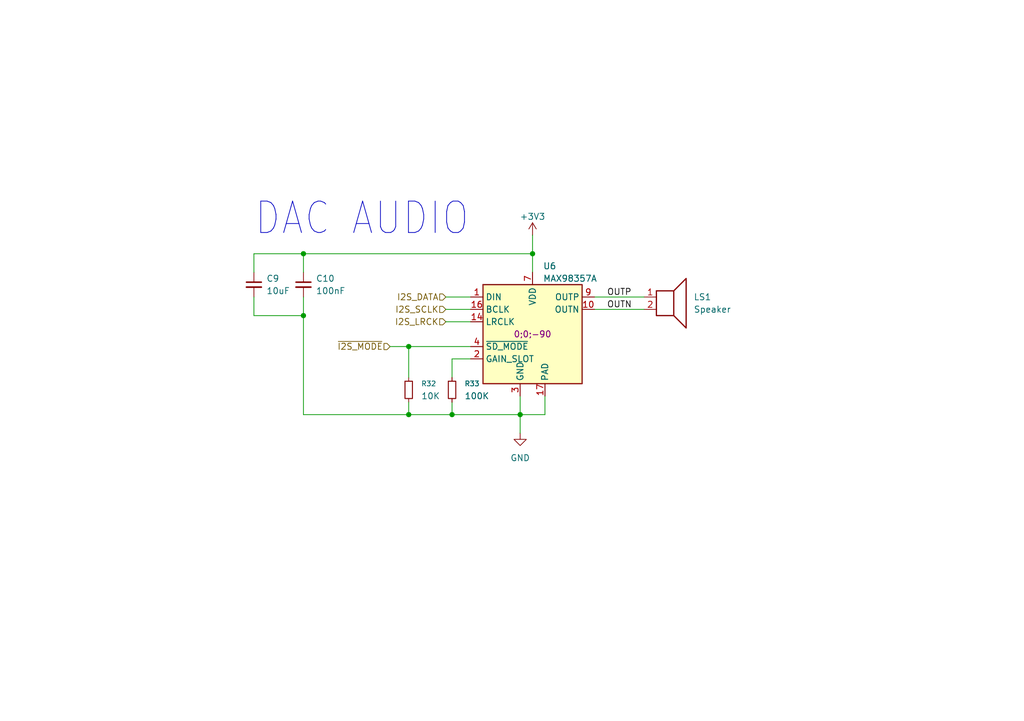
<source format=kicad_sch>
(kicad_sch (version 20250114) (generator "eeschema") (generator_version "9.0")
  (paper "A5")
  (lib_symbols
    (symbol "Audio:MAX98357A"
      (property "Reference" "U" (at -8.89 11.43 0))
      (property "Value" "MAX98357A" (at 10.16 11.43 0))
      (symbol "MAX98357A_1_1"
        (rectangle (start -10.16 10.16) (end 10.16 -10.16) (stroke (width 0.254)) (fill (type background)))
        (pin input line (at -12.7 7.62 0) (length 2.54) (name "DIN") (number "1"))
        (pin input line (at -12.7 5.08 0) (length 2.54) (name "BCLK") (number "16"))
        (pin input line (at -12.7 2.54 0) (length 2.54) (name "LRCLK") (number "14"))
        (pin input line (at -12.7 -2.54 0) (length 2.54) (name "~{SD_MODE}") (number "4"))
        (pin passive line (at -12.7 -5.08 0) (length 2.54) (name "GAIN_SLOT") (number "2"))
        (pin passive line (at -2.54 -12.7 90) (length 2.54) (hide yes) (name "GND") (number "11"))
        (pin passive line (at -2.54 -12.7 90) (length 2.54) (hide yes) (name "GND") (number "15"))
        (pin power_in line (at -2.54 -12.7 90) (length 2.54) (name "GND") (number "3"))
        (pin power_in line (at 0 12.7 270) (length 2.54) (name "VDD") (number "7"))
        (pin passive line (at 0 12.7 270) (length 2.54) (hide yes) (name "VDD") (number "8"))
        (pin unspecified line (at 2.54 -12.7 90) (length 2.54) (name "PAD") (number "17"))
        (pin no_connect line (at 10.16 2.54 180) (length 2.54) (hide yes) (name "NC") (number "5"))
        (pin no_connect line (at 10.16 0 180) (length 2.54) (hide yes) (name "NC") (number "6"))
        (pin no_connect line (at 10.16 -5.08 180) (length 2.54) (hide yes) (name "NC") (number "12"))
        (pin no_connect line (at 10.16 -7.62 180) (length 2.54) (hide yes) (name "NC") (number "13"))
        (pin output line (at 12.7 7.62 180) (length 2.54) (name "OUTP") (number "9"))
        (pin output line (at 12.7 5.08 180) (length 2.54) (name "OUTN") (number "10"))
      )
    )
    (symbol "Device:C_Small" (pin_numbers (hide yes)) (pin_names (offset 0.254) (hide yes))
      (property "Reference" "C" (at 0.254 1.778 0))
      (property "Value" "C_Small" (at 0.254 -2.032 0))
      (symbol "C_Small_0_1"
        (polyline (pts (xy -1.524 0.508) (xy 1.524 0.508)) (stroke (width 0.3048)))
        (polyline (pts (xy -1.524 -0.508) (xy 1.524 -0.508)) (stroke (width 0.3302)))
      )
      (symbol "C_Small_1_1"
        (pin passive line (at 0 2.54 270) (length 2.032) (name "~") (number "1"))
        (pin passive line (at 0 -2.54 90) (length 2.032) (name "~") (number "2"))
      )
    )
    (symbol "Device:R_Small" (pin_numbers (hide yes)) (pin_names (offset 0.254) (hide yes))
      (property "Reference" "R" (at 0 0 90))
      (property "Value" "R_Small" (at 1.778 0 90))
      (symbol "R_Small_0_1"
        (rectangle (start -0.762 1.778) (end 0.762 -1.778) (stroke (width 0.2032)))
      )
      (symbol "R_Small_1_1"
        (pin passive line (at 0 2.54 270) (length 0.762) (name "~") (number "1"))
        (pin passive line (at 0 -2.54 90) (length 0.762) (name "~") (number "2"))
      )
    )
    (symbol "Device:Speaker" (pin_names (offset 0) (hide yes))
      (property "Reference" "LS" (at 1.27 5.715 0))
      (property "Value" "Speaker" (at 1.27 3.81 0))
      (symbol "Speaker_0_0"
        (rectangle (start -2.54 1.27) (end 1.016 -3.81) (stroke (width 0.254)))
        (polyline (pts (xy 1.016 1.27) (xy 3.556 3.81) (xy 3.556 -6.35) (xy 1.016 -3.81)) (stroke (width 0.254)))
      )
      (symbol "Speaker_1_1"
        (pin input line (at -5.08 0 0) (length 2.54) (name "1") (number "1"))
        (pin input line (at -5.08 -2.54 0) (length 2.54) (name "2") (number "2"))
      )
    )
    (symbol "power:+3V3" (power) (pin_numbers (hide yes)) (pin_names (offset 0) (hide yes))
      (property "Value" "+3V3" (at 0 3.556 0))
      (symbol "+3V3_0_1"
        (polyline (pts (xy -0.762 1.27) (xy 0 2.54)))
        (polyline (pts (xy 0 2.54) (xy 0.762 1.27)))
        (polyline (pts (xy 0 0) (xy 0 2.54)))
      )
      (symbol "+3V3_1_1"
        (pin power_in line (at 0 0 90) (length 0) (name "~") (number "1"))
      )
    )
    (symbol "power:GND" (power) (pin_numbers (hide yes)) (pin_names (offset 0) (hide yes))
      (property "Value" "GND" (at 0 -3.81 0))
      (symbol "GND_0_1"
        (polyline (pts (xy 0 0) (xy 0 -1.27) (xy 1.27 -1.27) (xy 0 -2.54) (xy -1.27 -1.27) (xy 0 -1.27)))
      )
      (symbol "GND_1_1"
        (pin power_in line (at 0 0 270) (length 0) (name "~") (number "1"))
      )
    )
  )
  (text "DAC AUDIO" (at 52.07 48.768 0) (effects (font (size 6.4516 5.4838)) (justify left bottom)))
  (junction (at 109.22 52.07))
  (junction (at 83.82 71.12))
  (junction (at 106.68 85.09))
  (junction (at 92.71 85.09))
  (junction (at 83.82 85.09))
  (junction (at 62.23 64.77))
  (junction (at 62.23 52.07))
  (wire (pts (xy 91.44 63.5) (xy 96.52 63.5)))
  (wire (pts (xy 111.76 81.28) (xy 111.76 85.09)))
  (wire (pts (xy 91.44 60.96) (xy 96.52 60.96)))
  (wire (pts (xy 109.22 52.07) (xy 109.22 55.88)))
  (wire (pts (xy 83.82 85.09) (xy 62.23 85.09)))
  (wire (pts (xy 96.52 73.66) (xy 92.71 73.66)))
  (wire (pts (xy 92.71 85.09) (xy 106.68 85.09)))
  (wire (pts (xy 52.07 52.07) (xy 52.07 55.88)))
  (wire (pts (xy 96.52 71.12) (xy 83.82 71.12)))
  (wire (pts (xy 106.68 81.28) (xy 106.68 85.09)))
  (wire (pts (xy 121.92 63.5) (xy 132.08 63.5)))
  (wire (pts (xy 92.71 82.55) (xy 92.71 85.09)))
  (wire (pts (xy 52.07 64.77) (xy 62.23 64.77)))
  (wire (pts (xy 62.23 55.88) (xy 62.23 52.07)))
  (wire (pts (xy 106.68 85.09) (xy 106.68 88.9)))
  (wire (pts (xy 91.44 66.04) (xy 96.52 66.04)))
  (wire (pts (xy 83.82 71.12) (xy 83.82 77.47)))
  (wire (pts (xy 62.23 52.07) (xy 52.07 52.07)))
  (wire (pts (xy 62.23 64.77) (xy 62.23 60.96)))
  (wire (pts (xy 92.71 73.66) (xy 92.71 77.47)))
  (wire (pts (xy 83.82 82.55) (xy 83.82 85.09)))
  (wire (pts (xy 62.23 85.09) (xy 62.23 64.77)))
  (wire (pts (xy 109.22 48.26) (xy 109.22 52.07)))
  (wire (pts (xy 80.01 71.12) (xy 83.82 71.12)))
  (wire (pts (xy 62.23 52.07) (xy 109.22 52.07)))
  (wire (pts (xy 106.68 85.09) (xy 111.76 85.09)))
  (wire (pts (xy 121.92 60.96) (xy 132.08 60.96)))
  (wire (pts (xy 52.07 60.96) (xy 52.07 64.77)))
  (wire (pts (xy 83.82 85.09) (xy 92.71 85.09)))
  (label "OUTP" (at 124.46 60.96 0))
  (label "OUTN" (at 124.46 63.5 0))
  (hierarchical_label "I2S_SCLK" (shape input) (at 91.44 63.5 180))
  (hierarchical_label "I2S_DATA" (shape input) (at 91.44 60.96 180))
  (hierarchical_label "~{I2S_MODE}" (shape input) (at 80.01 71.12 180))
  (hierarchical_label "I2S_LRCK" (shape input) (at 91.44 66.04 180))
  (symbol (lib_id "Device:R_Small") (at 92.71 80.01 180) (unit 1)
    (property "Reference" "R33" (at 95.25 78.7399 0) (effects (font (size 1.016 1.016)) (justify right)))
    (property "Value" "100K" (at 95.25 81.2799 0) (effects (justify right)))
    (property "Footprint" "Resistor_SMD:R_0402_1005Metric" (effects (hide yes)))
    (property "Description" "Resistor, small symbol" (effects (hide yes)))
    (property "LCSC" "C25741" (effects (hide yes)))
  )
  (symbol (lib_id "Device:Speaker") (at 137.16 60.96 0) (unit 1)
    (property "Reference" "LS1" (at 142.24 60.9599 0) (effects (justify left)))
    (property "Value" "Speaker" (at 142.24 63.4999 0) (effects (justify left)))
    (property "Footprint" "Connector_JST:JST_SH_SM02B-SRSS-TB_1x02-1MP_P1.00mm_Horizontal" (effects (hide yes)))
    (property "Description" "Speaker" (effects (hide yes)))
    (property "LCSC" "C160402" (effects (hide yes)))
  )
  (symbol (lib_id "Device:R_Small") (at 83.82 80.01 180) (unit 1)
    (property "Reference" "R32" (at 86.36 78.7399 0) (effects (font (size 1.016 1.016)) (justify right)))
    (property "Value" "10K" (at 86.36 81.2799 0) (effects (justify right)))
    (property "Footprint" "Resistor_SMD:R_0402_1005Metric" (effects (hide yes)))
    (property "Description" "Resistor, small symbol" (effects (hide yes)))
    (property "LCSC" "C25744" (effects (hide yes)))
  )
  (symbol (lib_id "power:GND") (at 106.68 88.9 0) (unit 1)
    (property "Reference" "#PWR035" (effects (hide yes)))
    (property "Value" "GND" (at 106.68 93.98 0))
    (property "Description" "Power symbol creates a global label with name \"GND\" , ground" (effects (hide yes)))
  )
  (symbol (lib_id "Device:C_Small") (at 62.23 58.42 0) (unit 1)
    (property "Reference" "C10" (at 64.77 57.1562 0) (effects (justify left)))
    (property "Value" "100nF" (at 64.77 59.6962 0) (effects (justify left)))
    (property "Footprint" "Capacitor_SMD:C_0402_1005Metric" (effects (hide yes)))
    (property "Description" "Unpolarized capacitor, small symbol" (effects (hide yes)))
    (property "LCSC" "C307331" (effects (hide yes)))
  )
  (symbol (lib_id "power:+3V3") (at 109.22 48.26 0) (unit 1)
    (property "Reference" "#PWR036" (effects (hide yes)))
    (property "Value" "+3V3" (at 109.22 44.45 0))
    (property "Description" "Power symbol creates a global label with name \"+3V3\"" (effects (hide yes)))
  )
  (symbol (lib_id "Audio:MAX98357A") (at 109.22 68.58 0) (unit 1)
    (property "Reference" "U6" (at 111.3633 54.61 0) (effects (justify left)))
    (property "Value" "MAX98357A" (at 111.3633 57.15 0) (effects (justify left)))
    (property "Footprint" "Package_DFN_QFN:TQFN-16-1EP_3x3mm_P0.5mm_EP1.23x1.23mm" (effects (hide yes)))
    (property "Datasheet" "https://www.analog.com/media/en/technical-documentation/data-sheets/MAX98357A-MAX98357B.pdf" (effects (hide yes)))
    (property "Description" "Mono DAC with amplifier, I2S, PCM, TDM, 32-bit, 96khz, 3.2W, TQFP-16" (effects (hide yes)))
    (property "LCSC" "C910544" (effects (hide yes)))
    (property "JLCPCB_CORRECTION" "0;0;-90" (at 109.22 68.58 0))
  )
  (symbol (lib_id "Device:C_Small") (at 52.07 58.42 0) (unit 1)
    (property "Reference" "C9" (at 54.61 57.1562 0) (effects (justify left)))
    (property "Value" "10uF" (at 54.61 59.6962 0) (effects (justify left)))
    (property "Footprint" "Capacitor_SMD:C_0603_1608Metric" (effects (hide yes)))
    (property "Description" "Unpolarized capacitor, small symbol" (effects (hide yes)))
    (property "LCSC" "C96446" (effects (hide yes)))
  )
)
</source>
